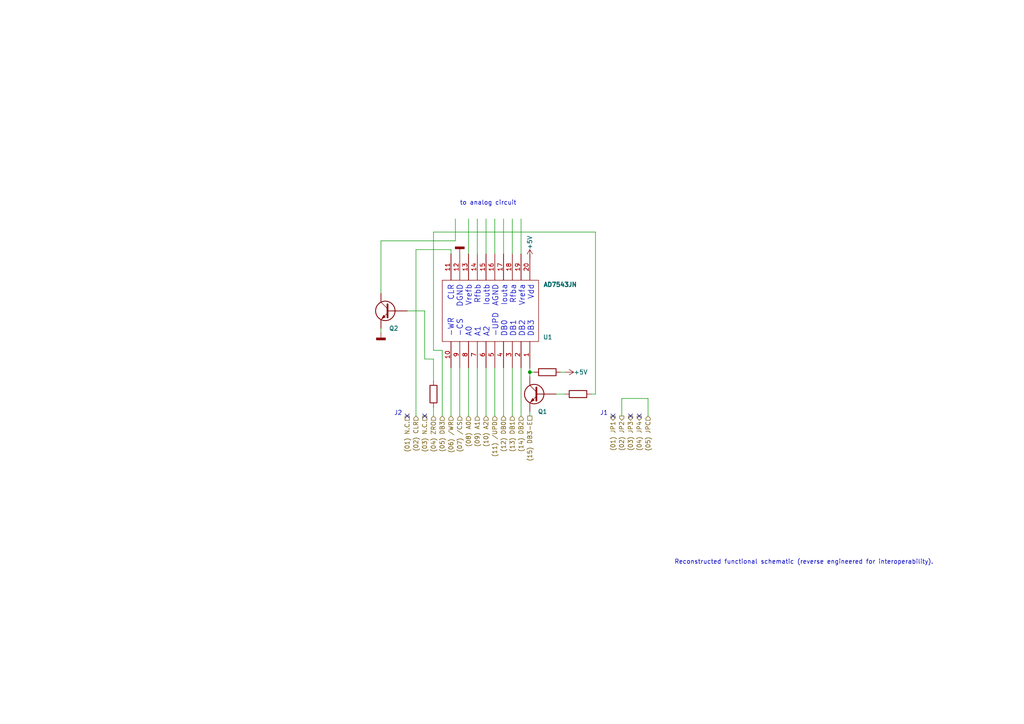
<source format=kicad_sch>
(kicad_sch (version 20211123) (generator eeschema)
  (paper "A4")
  (title_block (title "Control-related circuits") (date "2026-01-23") (rev "1.0") (company "Pozsar Zsolt") (comment 1 "AQM61.2 D/A sub-module"))
  (lib_symbols
    (symbol "Device:Q_NPN_CBE" (pin_numbers hide) (pin_names (offset 0) hide)
      (property "Reference" "Q" (at 5.08 1.27 0))
      (property "Value" "Q_NPN_CBE" (at 5.08 -1.27 0))
      (symbol "Q_NPN_CBE_0_1"
        (polyline (pts (xy 0.635 0.635) (xy 2.54 2.54)))
        (polyline (pts (xy 0.635 -0.635) (xy 2.54 -2.54) (xy 2.54 -2.54)))
        (polyline (pts (xy 0.635 1.905) (xy 0.635 -1.905) (xy 0.635 -1.905)) (stroke (width 0.508)))
        (polyline (pts (xy 1.27 -1.778) (xy 1.778 -1.27) (xy 2.286 -2.286) (xy 1.27 -1.778) (xy 1.27 -1.778)) (fill (type outline)))
        (circle (center 1.27 0) (radius 2.8194) (stroke (width 0.254)))
      )
      (symbol "Q_NPN_CBE_1_1"
        (pin passive line (at 2.54 5.08 270) (length 2.54) (name "C") (number "1"))
        (pin input line (at -5.08 0 0) (length 5.715) (name "B") (number "2"))
        (pin passive line (at 2.54 -5.08 90) (length 2.54) (name "E") (number "3"))
      )
    )
    (symbol "Device:R" (pin_numbers hide) (pin_names (offset 0))
      (property "Reference" "R" (at 2.032 0 90))
      (property "Value" "R" (at 0 0 90))
      (symbol "R_0_1"
        (rectangle (start -1.016 -2.54) (end 1.016 2.54) (stroke (width 0.254)))
      )
      (symbol "R_1_1"
        (pin passive line (at 0 3.81 270) (length 1.27) (name "~") (number "1"))
        (pin passive line (at 0 -3.81 90) (length 1.27) (name "~") (number "2"))
      )
    )
    (symbol "dil:DIL20" (pin_names (offset 1.016) hide)
      (property "Reference" "U" (at 0 -2.54 0))
      (property "Value" "DIL20" (at 0 2.54 0))
      (symbol "DIL20_1_0"
        (rectangle (start -8.89 -13.97) (end 8.89 13.97))
      )
      (symbol "DIL20_1_1"
        (pin input line (at -16.51 11.43 0) (length 7.62) (name "1") (number "1"))
        (pin input line (at -16.51 -11.43 0) (length 7.62) (name "10") (number "10"))
        (pin input line (at 16.51 -11.43 180) (length 7.62) (name "11") (number "11"))
        (pin input line (at 16.51 -8.89 180) (length 7.62) (name "12") (number "12"))
        (pin input line (at 16.51 -6.35 180) (length 7.62) (name "13") (number "13"))
        (pin input line (at 16.51 -3.81 180) (length 7.62) (name "14") (number "14"))
        (pin input line (at 16.51 -1.27 180) (length 7.62) (name "15") (number "15"))
        (pin input line (at 16.51 1.27 180) (length 7.62) (name "16") (number "16"))
        (pin input line (at 16.51 3.81 180) (length 7.62) (name "17") (number "17"))
        (pin input line (at 16.51 6.35 180) (length 7.62) (name "18") (number "18"))
        (pin input line (at 16.51 8.89 180) (length 7.62) (name "19") (number "19"))
        (pin input line (at -16.51 8.89 0) (length 7.62) (name "2") (number "2"))
        (pin input line (at 16.51 11.43 180) (length 7.62) (name "20") (number "20"))
        (pin input line (at -16.51 6.35 0) (length 7.62) (name "3") (number "3"))
        (pin input line (at -16.51 3.81 0) (length 7.62) (name "4") (number "4"))
        (pin input line (at -16.51 1.27 0) (length 7.62) (name "5") (number "5"))
        (pin input line (at -16.51 -1.27 0) (length 7.62) (name "6") (number "6"))
        (pin input line (at -16.51 -3.81 0) (length 7.62) (name "7") (number "7"))
        (pin input line (at -16.51 -6.35 0) (length 7.62) (name "8") (number "8"))
        (pin input line (at -16.51 -8.89 0) (length 7.62) (name "9") (number "9"))
      )
    )
    (symbol "power:+5V" (power) (pin_numbers hide) (pin_names (offset 0) hide)
      (property "Value" "+5V" (at 0 3.556 0))
      (symbol "+5V_0_1"
        (polyline (pts (xy -0.762 1.27) (xy 0 2.54)))
        (polyline (pts (xy 0 0) (xy 0 2.54)))
        (polyline (pts (xy 0 2.54) (xy 0.762 1.27)))
      )
      (symbol "+5V_1_1"
        (pin power_in line (at 0 0 90) (length 0) hide (name "+5V") (number "1"))
      )
    )
    (symbol "power:GNDD" (power) (pin_numbers hide) (pin_names (offset 0) hide)
      (property "Value" "GNDD" (at 0 -3.175 0))
      (symbol "GNDD_0_1"
        (rectangle (start -1.27 -1.524) (end 1.27 -2.032) (stroke (width 0.254)) (fill (type outline)))
        (polyline (pts (xy 0 0) (xy 0 -1.524)))
      )
      (symbol "GNDD_1_1"
        (pin power_in line (at 0 0 270) (length 0) hide (name "GNDD") (number "1"))
      )
    )
  )
  (junction (at 153.67 107.95))
  (no_connect (at 123.19 120.65))
  (no_connect (at 177.8 120.65))
  (no_connect (at 182.88 120.65))
  (no_connect (at 118.11 120.65))
  (no_connect (at 185.42 120.65))
  (wire (pts (xy 125.73 104.14) (xy 125.73 110.49)))
  (wire (pts (xy 153.67 109.22) (xy 153.67 107.95)))
  (wire (pts (xy 162.56 107.95) (xy 163.83 107.95)))
  (wire (pts (xy 125.73 101.6) (xy 125.73 67.31)))
  (wire (pts (xy 161.29 114.3) (xy 163.83 114.3)))
  (wire (pts (xy 110.49 96.52) (xy 110.49 95.25)))
  (wire (pts (xy 135.89 120.65) (xy 135.89 106.68)))
  (wire (pts (xy 180.34 115.57) (xy 187.96 115.57)))
  (wire (pts (xy 132.08 69.85) (xy 132.08 63.5)))
  (wire (pts (xy 143.51 120.65) (xy 143.51 106.68)))
  (wire (pts (xy 146.05 120.65) (xy 146.05 106.68)))
  (wire (pts (xy 143.51 73.66) (xy 143.51 63.5)))
  (wire (pts (xy 138.43 120.65) (xy 138.43 106.68)))
  (wire (pts (xy 118.11 90.17) (xy 123.19 90.17)))
  (wire (pts (xy 140.97 120.65) (xy 140.97 106.68)))
  (wire (pts (xy 140.97 73.66) (xy 140.97 63.5)))
  (wire (pts (xy 128.27 120.65) (xy 128.27 101.6)))
  (wire (pts (xy 138.43 73.66) (xy 138.43 63.5)))
  (wire (pts (xy 187.96 115.57) (xy 187.96 120.65)))
  (wire (pts (xy 153.67 107.95) (xy 154.94 107.95)))
  (wire (pts (xy 172.72 114.3) (xy 171.45 114.3)))
  (wire (pts (xy 180.34 120.65) (xy 180.34 115.57)))
  (wire (pts (xy 110.49 85.09) (xy 110.49 69.85)))
  (wire (pts (xy 148.59 73.66) (xy 148.59 63.5)))
  (wire (pts (xy 130.81 73.66) (xy 130.81 72.39)))
  (wire (pts (xy 151.13 73.66) (xy 151.13 63.5)))
  (wire (pts (xy 151.13 120.65) (xy 151.13 106.68)))
  (wire (pts (xy 110.49 69.85) (xy 132.08 69.85)))
  (wire (pts (xy 120.65 72.39) (xy 120.65 120.65)))
  (wire (pts (xy 130.81 120.65) (xy 130.81 106.68)))
  (wire (pts (xy 148.59 120.65) (xy 148.59 106.68)))
  (wire (pts (xy 135.89 73.66) (xy 135.89 63.5)))
  (wire (pts (xy 172.72 67.31) (xy 172.72 114.3)))
  (wire (pts (xy 128.27 101.6) (xy 125.73 101.6)))
  (wire (pts (xy 125.73 67.31) (xy 172.72 67.31)))
  (wire (pts (xy 125.73 120.65) (xy 125.73 118.11)))
  (wire (pts (xy 146.05 73.66) (xy 146.05 63.5)))
  (wire (pts (xy 153.67 120.65) (xy 153.67 119.38)))
  (wire (pts (xy 130.81 72.39) (xy 120.65 72.39)))
  (wire (pts (xy 123.19 104.14) (xy 125.73 104.14)))
  (wire (pts (xy 123.19 90.17) (xy 123.19 104.14)))
  (wire (pts (xy 153.67 73.66) (xy 153.67 74.93)))
  (wire (pts (xy 133.35 120.65) (xy 133.35 106.68)))
  (wire (pts (xy 153.67 107.95) (xy 153.67 106.68)))
  (text "-WR\n-CS\nA0\nA1\nA2\n-UPD\nDB0\nDB1\nDB2\nDB3" (at 154.94 97.79 90) (effects (font (size 1.6 1.6)) (justify left bottom)))
  (text "J1" (at 173.99 120.65 0) (effects (font (size 1.27 1.27)) (justify left bottom)))
  (text "Reconstructed functional schematic (reverse engineered for interoperability)." (at 195.58 163.83 0) (effects (font (size 1.27 1.27)) (justify left bottom)))
  (text "J2" (at 114.3 120.65 0) (effects (font (size 1.27 1.27)) (justify left bottom)))
  (text "CLR\nDGND\nVrefb\nRfbb\nIoutb\nAGND\nIouta\nRfba\nVrefa\nVdd" (at 154.94 82.55 270) (effects (font (size 1.6 1.6)) (justify right bottom)))
  (text "to analog circuit" (at 133.35 59.69 0) (effects (font (size 1.27 1.27)) (justify left bottom)))
  (hierarchical_label "(01) N.C." (shape passive) (at 118.11 120.65 270))
  (hierarchical_label "(05) JPC" (shape input) (at 187.96 120.65 270))
  (hierarchical_label "(08) A0" (shape input) (at 135.89 120.65 270))
  (hierarchical_label "(10) A2" (shape input) (at 140.97 120.65 270))
  (hierarchical_label "(02) JP2" (shape output) (at 180.34 120.65 270))
  (hierarchical_label "(15) DB3-E" (shape passive) (at 153.67 120.65 270))
  (hierarchical_label "(03) JP3" (shape output) (at 182.88 120.65 270))
  (hierarchical_label "(12) DB0" (shape input) (at 146.05 120.65 270))
  (hierarchical_label "(05) DB3" (shape input) (at 128.27 120.65 270))
  (hierarchical_label "(01) JP1" (shape output) (at 177.8 120.65 270))
  (hierarchical_label "(09) A1" (shape input) (at 138.43 120.65 270))
  (hierarchical_label "(11) {slash}UPD" (shape input) (at 143.51 120.65 270))
  (hierarchical_label "(06) {slash}WR" (shape input) (at 130.81 120.65 270))
  (hierarchical_label "(14) DB2" (shape input) (at 151.13 120.65 270))
  (hierarchical_label "(07) {slash}CS" (shape input) (at 133.35 120.65 270))
  (hierarchical_label "(13) DB1" (shape input) (at 148.59 120.65 270))
  (hierarchical_label "(04) JP4" (shape output) (at 185.42 120.65 270))
  (hierarchical_label "(02) CLR" (shape input) (at 120.65 120.65 270))
  (hierarchical_label "(03) N.C." (shape passive) (at 123.19 120.65 270))
  (hierarchical_label "(04) ZRO" (shape input) (at 125.73 120.65 270))
  (symbol (lib_id "Device:R") (at 125.73 114.3 0) (mirror y) (unit 1)
    (property "Reference" "R?" (effects hide))
    (property "Value" "R" (effects hide))
  )
  (symbol (lib_id "power:+5V") (at 153.67 74.93 0) (mirror y) (unit 1)
    (property "Reference" "#PWR?" (effects hide))
    (property "Value" "+5V" (at 153.67 72.39 90) (effects (justify left)))
  )
  (symbol (lib_id "power:GNDD") (at 110.49 96.52 0) (mirror y) (unit 1)
    (property "Reference" "#PWR?" (effects hide))
    (property "Value" "GNDD" (effects hide))
  )
  (symbol (lib_id "Device:R") (at 158.75 107.95 270) (mirror x) (unit 1)
    (property "Reference" "R?" (effects hide))
    (property "Value" "R" (effects hide))
  )
  (symbol (lib_id "power:+5V") (at 163.83 107.95 270) (mirror x) (unit 1)
    (property "Reference" "#PWR?" (effects hide))
    (property "Value" "+5V" (at 166.37 107.95 90) (effects (justify left)))
  )
  (symbol (lib_id "Device:R") (at 167.64 114.3 90) (mirror x) (unit 1)
    (property "Reference" "R?" (effects hide))
    (property "Value" "R" (effects hide))
  )
  (symbol (lib_id "power:GNDD") (at 133.35 73.66 0) (mirror x) (unit 1)
    (property "Reference" "#PWR?" (effects hide))
    (property "Value" "GNDD" (effects hide))
  )
  (symbol (lib_id "Device:Q_NPN_CBE") (at 156.21 114.3 0) (mirror y) (unit 1)
    (property "Reference" "Q1" (at 158.75 119.38 0) (effects (justify left)))
    (property "Value" "Q_NPN_CBE" (effects hide))
  )
  (symbol (lib_id "dil:DIL20") (at 142.24 90.17 270) (mirror x) (unit 1)
    (property "Reference" "U1" (at 157.48 97.79 90) (effects (justify left)))
    (property "Value" "AD7543JN" (at 157.48 82.55 90) (effects (font bold) (justify left)))
    (property "Footprint" "MODULE" (effects hide))
    (property "Datasheet" "DOCUMENTATION" (effects hide))
  )
  (symbol (lib_id "Device:Q_NPN_CBE") (at 113.03 90.17 0) (mirror y) (unit 1)
    (property "Reference" "Q2" (at 115.57 95.25 0) (effects (justify left)))
    (property "Value" "Q_NPN_CBE" (effects hide))
  )
)
</source>
